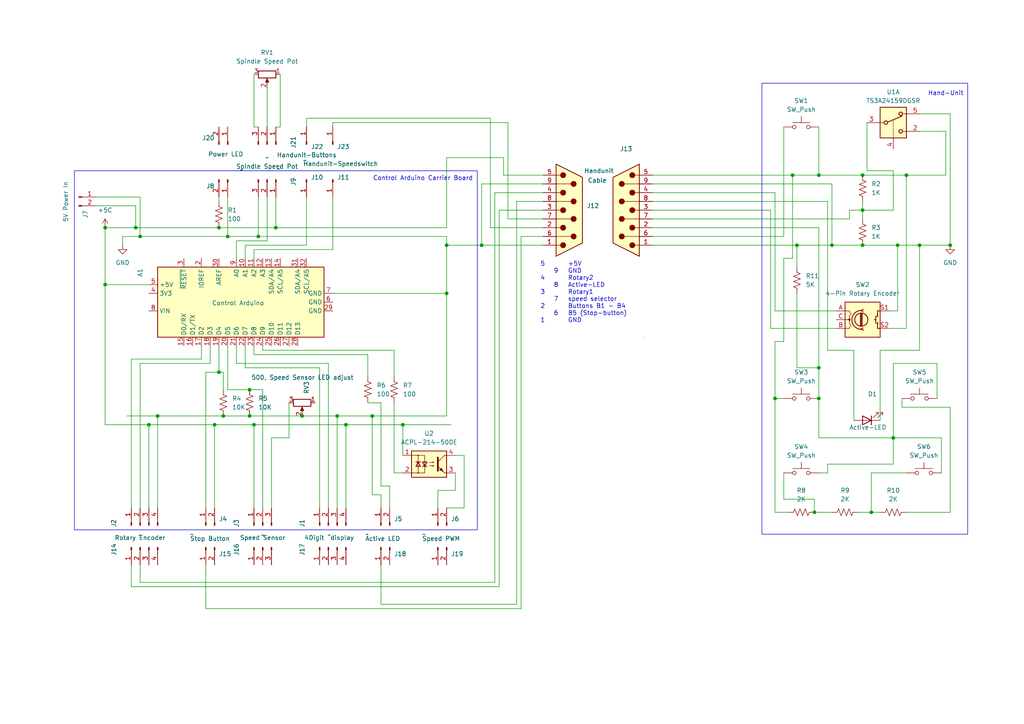
<source format=kicad_sch>
(kicad_sch (version 20231120) (generator "eeschema") (generator_version "8.0")
  (paper "A4")
  (title_block (title "CNC3040 Control Box"))
  (lib_symbols
    (symbol "Analog_Switch:TS3A24159DGSR"
      (property "Reference" "U" (at -3.81 7.62 0))
      (property "Value" "TS3A24159DGSR" (at -3.81 5.715 0))
      (symbol "TS3A24159DGSR_1_1"
        (rectangle (start -3.81 4.445) (end 3.81 -4.445) (stroke (width 0.254)) (fill (type background)))
        (circle (center -2.159 0) (radius 0.508) (stroke (width 0.254)))
        (polyline (pts (xy -5.08 0) (xy -2.794 0)))
        (polyline (pts (xy -1.651 0.127) (xy 2.54 1.905)) (stroke (width 0.254)))
        (polyline (pts (xy 0 -5.08) (xy 0 -4.572)))
        (polyline (pts (xy 0 -4.318) (xy 0 -4.064)))
        (polyline (pts (xy 0 -3.81) (xy 0 -3.556)))
        (polyline (pts (xy 0 -3.302) (xy 0 -3.048)))
        (polyline (pts (xy 0 -2.794) (xy 0 -2.54)))
        (polyline (pts (xy 0 -2.286) (xy 0 -2.032)))
        (polyline (pts (xy 0 -1.778) (xy 0 -1.524)))
        (polyline (pts (xy 0 -1.27) (xy 0 -1.016)))
        (polyline (pts (xy 0 -0.762) (xy 0 -0.508)))
        (polyline (pts (xy 0 -0.254) (xy 0 0)))
        (polyline (pts (xy 0 0.254) (xy 0 0.508)))
        (polyline (pts (xy 5.08 -2.54) (xy 2.794 -2.54)))
        (polyline (pts (xy 5.08 2.54) (xy 2.794 2.54)))
        (circle (center 2.159 -2.54) (radius 0.508) (stroke (width 0.254)))
        (circle (center 2.159 2.54) (radius 0.508) (stroke (width 0.254)))
        (pin passive line (at 7.62 -2.54 180) (length 2.54) (name "~") (number "2"))
        (pin passive line (at -7.62 0 0) (length 2.54) (name "~") (number "3"))
        (pin input line (at 0 -7.62 90) (length 2.54) (name "~") (number "4"))
        (pin passive line (at 7.62 2.54 180) (length 2.54) (name "~") (number "5"))
      )
      (symbol "TS3A24159DGSR_2_1"
        (rectangle (start -3.81 4.445) (end 3.81 -4.445) (stroke (width 0.254)) (fill (type background)))
        (circle (center -2.159 0) (radius 0.508) (stroke (width 0.254)))
        (polyline (pts (xy -5.08 0) (xy -2.794 0)))
        (polyline (pts (xy -1.651 0.127) (xy 2.54 1.905)) (stroke (width 0.254)))
        (polyline (pts (xy 0 -5.08) (xy 0 -4.572)))
        (polyline (pts (xy 0 -4.318) (xy 0 -4.064)))
        (polyline (pts (xy 0 -3.81) (xy 0 -3.556)))
        (polyline (pts (xy 0 -3.302) (xy 0 -3.048)))
        (polyline (pts (xy 0 -2.794) (xy 0 -2.54)))
        (polyline (pts (xy 0 -2.286) (xy 0 -2.032)))
        (polyline (pts (xy 0 -1.778) (xy 0 -1.524)))
        (polyline (pts (xy 0 -1.27) (xy 0 -1.016)))
        (polyline (pts (xy 0 -0.762) (xy 0 -0.508)))
        (polyline (pts (xy 0 -0.254) (xy 0 0)))
        (polyline (pts (xy 0 0.254) (xy 0 0.508)))
        (polyline (pts (xy 5.08 -2.54) (xy 2.794 -2.54)))
        (polyline (pts (xy 5.08 2.54) (xy 2.794 2.54)))
        (circle (center 2.159 -2.54) (radius 0.508) (stroke (width 0.254)))
        (circle (center 2.159 2.54) (radius 0.508) (stroke (width 0.254)))
        (pin passive line (at 7.62 -2.54 180) (length 2.54) (name "~") (number "10"))
        (pin passive line (at 7.62 2.54 180) (length 2.54) (name "~") (number "7"))
        (pin input line (at 0 -7.62 90) (length 2.54) (name "~") (number "8"))
        (pin passive line (at -7.62 0 0) (length 2.54) (name "~") (number "9"))
      )
      (symbol "TS3A24159DGSR_3_1"
        (rectangle (start -3.81 10.16) (end 3.81 -10.16) (stroke (width 0.254)) (fill (type background)))
        (pin power_in line (at 0 12.7 270) (length 2.54) (name "VCC") (number "1"))
        (pin power_in line (at 0 -12.7 90) (length 2.54) (name "GND") (number "6"))
      )
    )
    (symbol "Connector:Conn_01x01_Pin" (pin_names (offset 1.016) hide)
      (property "Reference" "J" (at 0 2.54 0))
      (property "Value" "Conn_01x01_Pin" (at 0 -2.54 0))
      (symbol "Conn_01x01_Pin_1_1"
        (polyline (pts (xy 1.27 0) (xy 0.8636 0)) (stroke (width 0.1524)))
        (rectangle (start 0.8636 0.127) (end 0 -0.127) (stroke (width 0.1524)) (fill (type outline)))
        (pin passive line (at 5.08 0 180) (length 3.81) (name "Pin_1") (number "1"))
      )
    )
    (symbol "Connector:Conn_01x02_Pin" (pin_names (offset 1.016) hide)
      (property "Reference" "J" (at 0 2.54 0))
      (property "Value" "Conn_01x02_Pin" (at 0 -5.08 0))
      (symbol "Conn_01x02_Pin_1_1"
        (polyline (pts (xy 1.27 -2.54) (xy 0.8636 -2.54)) (stroke (width 0.1524)))
        (polyline (pts (xy 1.27 0) (xy 0.8636 0)) (stroke (width 0.1524)))
        (rectangle (start 0.8636 -2.413) (end 0 -2.667) (stroke (width 0.1524)) (fill (type outline)))
        (rectangle (start 0.8636 0.127) (end 0 -0.127) (stroke (width 0.1524)) (fill (type outline)))
        (pin passive line (at 5.08 0 180) (length 3.81) (name "Pin_1") (number "1"))
        (pin passive line (at 5.08 -2.54 180) (length 3.81) (name "Pin_2") (number "2"))
      )
    )
    (symbol "Connector:Conn_01x03_Pin" (pin_names (offset 1.016) hide)
      (property "Reference" "J" (at 0 5.08 0))
      (property "Value" "Conn_01x03_Pin" (at 0 -5.08 0))
      (symbol "Conn_01x03_Pin_1_1"
        (polyline (pts (xy 1.27 -2.54) (xy 0.8636 -2.54)) (stroke (width 0.1524)))
        (polyline (pts (xy 1.27 0) (xy 0.8636 0)) (stroke (width 0.1524)))
        (polyline (pts (xy 1.27 2.54) (xy 0.8636 2.54)) (stroke (width 0.1524)))
        (rectangle (start 0.8636 -2.413) (end 0 -2.667) (stroke (width 0.1524)) (fill (type outline)))
        (rectangle (start 0.8636 0.127) (end 0 -0.127) (stroke (width 0.1524)) (fill (type outline)))
        (rectangle (start 0.8636 2.667) (end 0 2.413) (stroke (width 0.1524)) (fill (type outline)))
        (pin passive line (at 5.08 2.54 180) (length 3.81) (name "Pin_1") (number "1"))
        (pin passive line (at 5.08 0 180) (length 3.81) (name "Pin_2") (number "2"))
        (pin passive line (at 5.08 -2.54 180) (length 3.81) (name "Pin_3") (number "3"))
      )
    )
    (symbol "Connector:Conn_01x04_Pin" (pin_names (offset 1.016) hide)
      (property "Reference" "J" (at 0 5.08 0))
      (property "Value" "Conn_01x04_Pin" (at 0 -7.62 0))
      (symbol "Conn_01x04_Pin_1_1"
        (polyline (pts (xy 1.27 -5.08) (xy 0.8636 -5.08)) (stroke (width 0.1524)))
        (polyline (pts (xy 1.27 -2.54) (xy 0.8636 -2.54)) (stroke (width 0.1524)))
        (polyline (pts (xy 1.27 0) (xy 0.8636 0)) (stroke (width 0.1524)))
        (polyline (pts (xy 1.27 2.54) (xy 0.8636 2.54)) (stroke (width 0.1524)))
        (rectangle (start 0.8636 -4.953) (end 0 -5.207) (stroke (width 0.1524)) (fill (type outline)))
        (rectangle (start 0.8636 -2.413) (end 0 -2.667) (stroke (width 0.1524)) (fill (type outline)))
        (rectangle (start 0.8636 0.127) (end 0 -0.127) (stroke (width 0.1524)) (fill (type outline)))
        (rectangle (start 0.8636 2.667) (end 0 2.413) (stroke (width 0.1524)) (fill (type outline)))
        (pin passive line (at 5.08 2.54 180) (length 3.81) (name "Pin_1") (number "1"))
        (pin passive line (at 5.08 0 180) (length 3.81) (name "Pin_2") (number "2"))
        (pin passive line (at 5.08 -2.54 180) (length 3.81) (name "Pin_3") (number "3"))
        (pin passive line (at 5.08 -5.08 180) (length 3.81) (name "Pin_4") (number "4"))
      )
    )
    (symbol "Connector:DE9_Plug" (pin_names (offset 1.016) hide)
      (property "Reference" "J" (at 0 13.97 0))
      (property "Value" "DE9_Plug" (at 0 -14.605 0))
      (symbol "DE9_Plug_0_1"
        (circle (center -1.778 -10.16) (radius 0.762) (fill (type outline)))
        (circle (center -1.778 -5.08) (radius 0.762) (fill (type outline)))
        (circle (center -1.778 0) (radius 0.762) (fill (type outline)))
        (circle (center -1.778 5.08) (radius 0.762) (fill (type outline)))
        (circle (center -1.778 10.16) (radius 0.762) (fill (type outline)))
        (polyline (pts (xy -3.81 -10.16) (xy -2.54 -10.16)))
        (polyline (pts (xy -3.81 -7.62) (xy 0.508 -7.62)))
        (polyline (pts (xy -3.81 -5.08) (xy -2.54 -5.08)))
        (polyline (pts (xy -3.81 -2.54) (xy 0.508 -2.54)))
        (polyline (pts (xy -3.81 0) (xy -2.54 0)))
        (polyline (pts (xy -3.81 2.54) (xy 0.508 2.54)))
        (polyline (pts (xy -3.81 5.08) (xy -2.54 5.08)))
        (polyline (pts (xy -3.81 7.62) (xy 0.508 7.62)))
        (polyline (pts (xy -3.81 10.16) (xy -2.54 10.16)))
        (polyline (pts (xy -3.81 -13.335) (xy -3.81 13.335) (xy 3.81 9.525) (xy 3.81 -9.525) (xy -3.81 -13.335)) (stroke (width 0.254)) (fill (type background)))
        (circle (center 1.27 -7.62) (radius 0.762) (fill (type outline)))
        (circle (center 1.27 -2.54) (radius 0.762) (fill (type outline)))
        (circle (center 1.27 2.54) (radius 0.762) (fill (type outline)))
        (circle (center 1.27 7.62) (radius 0.762) (fill (type outline)))
      )
      (symbol "DE9_Plug_1_1"
        (pin passive line (at -7.62 -10.16 0) (length 3.81) (name "1") (number "1"))
        (pin passive line (at -7.62 -5.08 0) (length 3.81) (name "2") (number "2"))
        (pin passive line (at -7.62 0 0) (length 3.81) (name "3") (number "3"))
        (pin passive line (at -7.62 5.08 0) (length 3.81) (name "4") (number "4"))
        (pin passive line (at -7.62 10.16 0) (length 3.81) (name "5") (number "5"))
        (pin passive line (at -7.62 -7.62 0) (length 3.81) (name "6") (number "6"))
        (pin passive line (at -7.62 -2.54 0) (length 3.81) (name "7") (number "7"))
        (pin passive line (at -7.62 2.54 0) (length 3.81) (name "8") (number "8"))
        (pin passive line (at -7.62 7.62 0) (length 3.81) (name "9") (number "9"))
      )
    )
    (symbol "Device:LED" (pin_numbers hide) (pin_names (offset 1.016) hide)
      (property "Reference" "D" (at 0 2.54 0))
      (property "Value" "LED" (at 0 -2.54 0))
      (symbol "LED_0_1"
        (polyline (pts (xy -1.27 -1.27) (xy -1.27 1.27)) (stroke (width 0.254)))
        (polyline (pts (xy -1.27 0) (xy 1.27 0)))
        (polyline (pts (xy 1.27 -1.27) (xy 1.27 1.27) (xy -1.27 0) (xy 1.27 -1.27)) (stroke (width 0.254)))
        (polyline (pts (xy -3.048 -0.762) (xy -4.572 -2.286) (xy -3.81 -2.286) (xy -4.572 -2.286) (xy -4.572 -1.524)))
        (polyline (pts (xy -1.778 -0.762) (xy -3.302 -2.286) (xy -2.54 -2.286) (xy -3.302 -2.286) (xy -3.302 -1.524)))
      )
      (symbol "LED_1_1"
        (pin passive line (at -3.81 0 0) (length 2.54) (name "K") (number "1"))
        (pin passive line (at 3.81 0 180) (length 2.54) (name "A") (number "2"))
      )
    )
    (symbol "Device:R_Potentiometer" (pin_names (offset 1.016) hide)
      (property "Reference" "RV" (at -4.445 0 90))
      (property "Value" "R_Potentiometer" (at -2.54 0 90))
      (symbol "R_Potentiometer_0_1"
        (polyline (pts (xy 2.54 0) (xy 1.524 0)))
        (polyline (pts (xy 1.143 0) (xy 2.286 0.508) (xy 2.286 -0.508) (xy 1.143 0)) (fill (type outline)))
        (rectangle (start 1.016 2.54) (end -1.016 -2.54) (stroke (width 0.254)))
      )
      (symbol "R_Potentiometer_1_1"
        (pin passive line (at 0 3.81 270) (length 1.27) (name "1") (number "1"))
        (pin passive line (at 3.81 0 180) (length 1.27) (name "2") (number "2"))
        (pin passive line (at 0 -3.81 90) (length 1.27) (name "3") (number "3"))
      )
    )
    (symbol "Device:R_US" (pin_numbers hide) (pin_names (offset 0))
      (property "Reference" "R" (at 2.54 0 90))
      (property "Value" "R_US" (at -2.54 0 90))
      (symbol "R_US_0_1"
        (polyline (pts (xy 0 -2.286) (xy 0 -2.54)))
        (polyline (pts (xy 0 2.286) (xy 0 2.54)))
        (polyline (pts (xy 0 -0.762) (xy 1.016 -1.143) (xy 0 -1.524) (xy -1.016 -1.905) (xy 0 -2.286)))
        (polyline (pts (xy 0 0.762) (xy 1.016 0.381) (xy 0 0) (xy -1.016 -0.381) (xy 0 -0.762)))
        (polyline (pts (xy 0 2.286) (xy 1.016 1.905) (xy 0 1.524) (xy -1.016 1.143) (xy 0 0.762)))
      )
      (symbol "R_US_1_1"
        (pin passive line (at 0 3.81 270) (length 1.27) (name "~") (number "1"))
        (pin passive line (at 0 -3.81 90) (length 1.27) (name "~") (number "2"))
      )
    )
    (symbol "Device:RotaryEncoder_Switch" (pin_names (offset 0.254) hide)
      (property "Reference" "SW" (at 0 6.604 0))
      (property "Value" "RotaryEncoder_Switch" (at 0 -6.604 0))
      (symbol "RotaryEncoder_Switch_0_1"
        (rectangle (start -5.08 5.08) (end 5.08 -5.08) (stroke (width 0.254)) (fill (type background)))
        (circle (center -3.81 0) (radius 0.254) (fill (type outline)))
        (circle (center -0.381 0) (radius 1.905) (stroke (width 0.254)))
        (arc (start -0.381 2.667) (mid -3.0988 -0.0635) (end -0.381 -2.794) (stroke (width 0.254)))
        (polyline (pts (xy -0.635 -1.778) (xy -0.635 1.778)) (stroke (width 0.254)))
        (polyline (pts (xy -0.381 -1.778) (xy -0.381 1.778)) (stroke (width 0.254)))
        (polyline (pts (xy -0.127 1.778) (xy -0.127 -1.778)) (stroke (width 0.254)))
        (polyline (pts (xy 3.81 0) (xy 3.429 0)) (stroke (width 0.254)))
        (polyline (pts (xy 3.81 1.016) (xy 3.81 -1.016)) (stroke (width 0.254)))
        (polyline (pts (xy -5.08 -2.54) (xy -3.81 -2.54) (xy -3.81 -2.032)))
        (polyline (pts (xy -5.08 2.54) (xy -3.81 2.54) (xy -3.81 2.032)))
        (polyline (pts (xy 0.254 -3.048) (xy -0.508 -2.794) (xy 0.127 -2.413)) (stroke (width 0.254)))
        (polyline (pts (xy 0.254 2.921) (xy -0.508 2.667) (xy 0.127 2.286)) (stroke (width 0.254)))
        (polyline (pts (xy 5.08 -2.54) (xy 4.318 -2.54) (xy 4.318 -1.016)) (stroke (width 0.254)))
        (polyline (pts (xy 5.08 2.54) (xy 4.318 2.54) (xy 4.318 1.016)) (stroke (width 0.254)))
        (polyline (pts (xy -5.08 0) (xy -3.81 0) (xy -3.81 -1.016) (xy -3.302 -2.032)))
        (polyline (pts (xy -4.318 0) (xy -3.81 0) (xy -3.81 1.016) (xy -3.302 2.032)))
        (circle (center 4.318 -1.016) (radius 0.127) (stroke (width 0.254)))
        (circle (center 4.318 1.016) (radius 0.127) (stroke (width 0.254)))
      )
      (symbol "RotaryEncoder_Switch_1_1"
        (pin passive line (at -7.62 2.54 0) (length 2.54) (name "A") (number "A"))
        (pin passive line (at -7.62 -2.54 0) (length 2.54) (name "B") (number "B"))
        (pin passive line (at -7.62 0 0) (length 2.54) (name "C") (number "C"))
        (pin passive line (at 7.62 2.54 180) (length 2.54) (name "S1") (number "S1"))
        (pin passive line (at 7.62 -2.54 180) (length 2.54) (name "S2") (number "S2"))
      )
    )
    (symbol "Isolator:ACPL-214-500E" (pin_names (offset 1.016))
      (property "Reference" "U" (at -5.08 5.08 0))
      (property "Value" "ACPL-214-500E" (at 0 5.08 0))
      (symbol "ACPL-214-500E_0_1"
        (rectangle (start -5.08 3.81) (end 5.08 -3.81) (stroke (width 0.254)) (fill (type background)))
        (circle (center -3.175 -2.54) (radius 0.127))
        (circle (center -3.175 2.54) (radius 0.127))
        (polyline (pts (xy -3.81 0.635) (xy -2.54 0.635)) (stroke (width 0.254)))
        (polyline (pts (xy -3.175 -0.635) (xy -3.175 -2.54)))
        (polyline (pts (xy -3.175 -0.635) (xy -3.175 2.54)))
        (polyline (pts (xy -1.905 -0.635) (xy -0.635 -0.635)) (stroke (width 0.254)))
        (polyline (pts (xy 2.54 0.635) (xy 4.445 2.54)))
        (polyline (pts (xy 4.445 -2.54) (xy 2.54 -0.635)) (fill (type outline)))
        (polyline (pts (xy 4.445 -2.54) (xy 5.08 -2.54)))
        (polyline (pts (xy 4.445 2.54) (xy 5.08 2.54)))
        (polyline (pts (xy -5.08 2.54) (xy -1.27 2.54) (xy -1.27 -0.635)))
        (polyline (pts (xy -1.27 -0.635) (xy -1.27 -2.54) (xy -5.08 -2.54)))
        (polyline (pts (xy 2.54 1.905) (xy 2.54 -1.905) (xy 2.54 -1.905)) (stroke (width 0.508)))
        (polyline (pts (xy -3.175 0.635) (xy -3.81 -0.635) (xy -2.54 -0.635) (xy -3.175 0.635)) (stroke (width 0.254)))
        (polyline (pts (xy -1.27 -0.635) (xy -1.905 0.635) (xy -0.635 0.635) (xy -1.27 -0.635)) (stroke (width 0.254)))
        (polyline (pts (xy 0.127 -0.508) (xy 1.397 -0.508) (xy 1.016 -0.635) (xy 1.016 -0.381) (xy 1.397 -0.508)))
        (polyline (pts (xy 0.127 0.508) (xy 1.397 0.508) (xy 1.016 0.381) (xy 1.016 0.635) (xy 1.397 0.508)))
        (polyline (pts (xy 3.048 -1.651) (xy 3.556 -1.143) (xy 4.064 -2.159) (xy 3.048 -1.651) (xy 3.048 -1.651)) (fill (type outline)))
      )
      (symbol "ACPL-214-500E_1_1"
        (pin passive line (at -7.62 2.54 0) (length 2.54) (name "~") (number "1"))
        (pin passive line (at -7.62 -2.54 0) (length 2.54) (name "~") (number "2"))
        (pin passive line (at 7.62 -2.54 180) (length 2.54) (name "~") (number "3"))
        (pin passive line (at 7.62 2.54 180) (length 2.54) (name "~") (number "4"))
      )
    )
    (symbol "MCU_Module:Arduino_UNO_R3"
      (property "Reference" "A" (at -10.16 23.495 0))
      (property "Value" "Arduino_UNO_R3" (at 5.08 -26.67 0))
      (symbol "Arduino_UNO_R3_0_1"
        (rectangle (start -10.16 22.86) (end 10.16 -25.4) (stroke (width 0.254)) (fill (type background)))
      )
      (symbol "Arduino_UNO_R3_1_1"
        (pin no_connect line (at -10.16 -20.32 0) (length 2.54) hide (name "NC") (number "1"))
        (pin bidirectional line (at 12.7 -2.54 180) (length 2.54) (name "A1") (number "10"))
        (pin bidirectional line (at 12.7 -5.08 180) (length 2.54) (name "A2") (number "11"))
        (pin bidirectional line (at 12.7 -7.62 180) (length 2.54) (name "A3") (number "12"))
        (pin bidirectional line (at 12.7 -10.16 180) (length 2.54) (name "SDA/A4") (number "13"))
        (pin bidirectional line (at 12.7 -12.7 180) (length 2.54) (name "SCL/A5") (number "14"))
        (pin bidirectional line (at -12.7 15.24 0) (length 2.54) (name "D0/RX") (number "15"))
        (pin bidirectional line (at -12.7 12.7 0) (length 2.54) (name "D1/TX") (number "16"))
        (pin bidirectional line (at -12.7 10.16 0) (length 2.54) (name "D2") (number "17"))
        (pin bidirectional line (at -12.7 7.62 0) (length 2.54) (name "D3") (number "18"))
        (pin bidirectional line (at -12.7 5.08 0) (length 2.54) (name "D4") (number "19"))
        (pin output line (at 12.7 10.16 180) (length 2.54) (name "IOREF") (number "2"))
        (pin bidirectional line (at -12.7 2.54 0) (length 2.54) (name "D5") (number "20"))
        (pin bidirectional line (at -12.7 0 0) (length 2.54) (name "D6") (number "21"))
        (pin bidirectional line (at -12.7 -2.54 0) (length 2.54) (name "D7") (number "22"))
        (pin bidirectional line (at -12.7 -5.08 0) (length 2.54) (name "D8") (number "23"))
        (pin bidirectional line (at -12.7 -7.62 0) (length 2.54) (name "D9") (number "24"))
        (pin bidirectional line (at -12.7 -10.16 0) (length 2.54) (name "D10") (number "25"))
        (pin bidirectional line (at -12.7 -12.7 0) (length 2.54) (name "D11") (number "26"))
        (pin bidirectional line (at -12.7 -15.24 0) (length 2.54) (name "D12") (number "27"))
        (pin bidirectional line (at -12.7 -17.78 0) (length 2.54) (name "D13") (number "28"))
        (pin power_in line (at -2.54 -27.94 90) (length 2.54) (name "GND") (number "29"))
        (pin input line (at 12.7 15.24 180) (length 2.54) (name "~{RESET}") (number "3"))
        (pin input line (at 12.7 5.08 180) (length 2.54) (name "AREF") (number "30"))
        (pin bidirectional line (at 12.7 -17.78 180) (length 2.54) (name "SDA/A4") (number "31"))
        (pin bidirectional line (at 12.7 -20.32 180) (length 2.54) (name "SCL/A5") (number "32"))
        (pin power_out line (at 2.54 25.4 270) (length 2.54) (name "3V3") (number "4"))
        (pin power_out line (at 5.08 25.4 270) (length 2.54) (name "+5V") (number "5"))
        (pin power_in line (at 0 -27.94 90) (length 2.54) (name "GND") (number "6"))
        (pin power_in line (at 2.54 -27.94 90) (length 2.54) (name "GND") (number "7"))
        (pin power_in line (at -2.54 25.4 270) (length 2.54) (name "VIN") (number "8"))
        (pin bidirectional line (at 12.7 0 180) (length 2.54) (name "A0") (number "9"))
      )
    )
    (symbol "Switch:SW_Push" (pin_numbers hide) (pin_names (offset 1.016) hide)
      (property "Reference" "SW" (at 1.27 2.54 0))
      (property "Value" "SW_Push" (at 0 -1.524 0))
      (symbol "SW_Push_0_1"
        (circle (center -2.032 0) (radius 0.508))
        (polyline (pts (xy 0 1.27) (xy 0 3.048)))
        (polyline (pts (xy 2.54 1.27) (xy -2.54 1.27)))
        (circle (center 2.032 0) (radius 0.508))
        (pin passive line (at -5.08 0 0) (length 2.54) (name "1") (number "1"))
        (pin passive line (at 5.08 0 180) (length 2.54) (name "2") (number "2"))
      )
    )
    (symbol "power:+5C" (power) (pin_numbers hide) (pin_names (offset 0) hide)
      (property "Value" "+5C" (at 0 3.556 0))
      (symbol "+5C_0_1"
        (polyline (pts (xy -0.762 1.27) (xy 0 2.54)))
        (polyline (pts (xy 0 0) (xy 0 2.54)))
        (polyline (pts (xy 0 2.54) (xy 0.762 1.27)))
      )
      (symbol "+5C_1_1"
        (pin power_in line (at 0 0 90) (length 0) (name "~") (number "1"))
      )
    )
    (symbol "power:GND" (power) (pin_numbers hide) (pin_names (offset 0) hide)
      (property "Value" "GND" (at 0 -3.81 0))
      (symbol "GND_0_1"
        (polyline (pts (xy 0 0) (xy 0 -1.27) (xy 1.27 -1.27) (xy 0 -2.54) (xy -1.27 -1.27) (xy 0 -1.27)))
      )
      (symbol "GND_1_1"
        (pin power_in line (at 0 0 270) (length 0) (name "~") (number "1"))
      )
    )
  )
  (junction (at 80.01 66.04))
  (junction (at 73.66 123.19))
  (junction (at 237.49 115.57))
  (junction (at 241.3 71.12))
  (junction (at 252.73 148.59))
  (junction (at 107.95 120.65))
  (junction (at 262.89 50.8))
  (junction (at 62.23 123.19))
  (junction (at 259.08 127))
  (junction (at 129.54 85.09))
  (junction (at 229.87 50.8))
  (junction (at 39.37 66.04))
  (junction (at 129.54 71.12))
  (junction (at 30.48 82.55))
  (junction (at 231.14 71.12))
  (junction (at 250.19 60.96))
  (junction (at 87.63 120.65))
  (junction (at 97.79 120.65))
  (junction (at 43.18 123.19))
  (junction (at 100.33 123.19))
  (junction (at 260.35 71.12))
  (junction (at 250.19 71.12))
  (junction (at 224.79 115.57))
  (junction (at 250.19 50.8))
  (junction (at 116.84 123.19))
  (junction (at 74.93 68.58))
  (junction (at 45.72 120.65))
  (junction (at 64.77 120.65))
  (junction (at 266.7 71.12))
  (junction (at 72.39 120.65))
  (junction (at 236.22 148.59))
  (junction (at 237.49 106.68))
  (junction (at 72.39 113.03))
  (junction (at 63.5 107.95))
  (junction (at 237.49 50.8))
  (junction (at 66.04 68.58))
  (junction (at 63.5 66.04))
  (junction (at 40.64 68.58))
  (junction (at 30.48 66.04))
  (junction (at 139.7 71.12))
  (junction (at 275.59 71.12))
  (wire (pts (xy 68.58 69.85) (xy 68.58 74.93)))
  (wire (pts (xy 227.33 115.57) (xy 224.79 115.57)))
  (wire (pts (xy 113.03 140.97) (xy 113.03 147.32)))
  (wire (pts (xy 78.74 127) (xy 83.82 127)))
  (wire (pts (xy 59.69 107.95) (xy 59.69 147.32)))
  (wire (pts (xy 110.49 163.83) (xy 110.49 175.26)))
  (wire (pts (xy 62.23 123.19) (xy 62.23 147.32)))
  (wire (pts (xy 107.95 120.65) (xy 129.54 120.65)))
  (wire (pts (xy 248.92 148.59) (xy 252.73 148.59)))
  (wire (pts (xy 271.78 105.41) (xy 259.08 105.41)))
  (wire (pts (xy 63.5 57.15) (xy 63.5 58.42)))
  (wire (pts (xy 237.49 36.83) (xy 237.49 50.8)))
  (wire (pts (xy 127 142.24) (xy 132.08 142.24)))
  (wire (pts (xy 262.89 50.8) (xy 262.89 95.25)))
  (wire (pts (xy 146.05 45.72) (xy 129.54 45.72)))
  (wire (pts (xy 40.64 147.32) (xy 40.64 105.41)))
  (wire (pts (xy 127 147.32) (xy 127 142.24)))
  (wire (pts (xy 40.64 105.41) (xy 60.96 105.41)))
  (wire (pts (xy 35.56 68.58) (xy 40.64 68.58)))
  (wire (pts (xy 95.25 105.41) (xy 68.58 105.41)))
  (wire (pts (xy 262.89 137.16) (xy 252.73 137.16)))
  (wire (pts (xy 246.38 60.96) (xy 250.19 60.96)))
  (wire (pts (xy 129.54 45.72) (xy 129.54 66.04)))
  (wire (pts (xy 77.47 25.4) (xy 77.47 36.83)))
  (wire (pts (xy 76.2 101.6) (xy 76.2 100.33)))
  (wire (pts (xy 30.48 123.19) (xy 43.18 123.19)))
  (wire (pts (xy 68.58 105.41) (xy 68.58 100.33)))
  (wire (pts (xy 227.33 74.93) (xy 229.87 74.93)))
  (wire (pts (xy 255.27 101.6) (xy 266.7 101.6)))
  (wire (pts (xy 87.63 120.65) (xy 97.79 120.65)))
  (wire (pts (xy 143.51 55.88) (xy 157.48 55.88)))
  (wire (pts (xy 97.79 120.65) (xy 107.95 120.65)))
  (wire (pts (xy 64.77 107.95) (xy 64.77 113.03)))
  (wire (pts (xy 73.66 123.19) (xy 100.33 123.19)))
  (wire (pts (xy 142.24 34.29) (xy 142.24 66.04)))
  (wire (pts (xy 250.19 58.42) (xy 250.19 60.96)))
  (wire (pts (xy 139.7 71.12) (xy 157.48 71.12)))
  (wire (pts (xy 39.37 59.69) (xy 39.37 66.04)))
  (wire (pts (xy 110.49 147.32) (xy 110.49 143.51)))
  (wire (pts (xy 257.81 90.17) (xy 260.35 90.17)))
  (wire (pts (xy 129.54 85.09) (xy 96.52 85.09)))
  (wire (pts (xy 237.49 127) (xy 259.08 127)))
  (wire (pts (xy 60.96 105.41) (xy 60.96 100.33)))
  (wire (pts (xy 77.47 57.15) (xy 77.47 69.85)))
  (wire (pts (xy 252.73 148.59) (xy 255.27 148.59)))
  (wire (pts (xy 96.52 72.39) (xy 73.66 72.39)))
  (wire (pts (xy 144.78 60.96) (xy 144.78 170.18)))
  (wire (pts (xy 275.59 71.12) (xy 275.59 33.02)))
  (wire (pts (xy 110.49 140.97) (xy 113.03 140.97)))
  (wire (pts (xy 189.23 71.12) (xy 231.14 71.12)))
  (wire (pts (xy 147.32 63.5) (xy 157.48 63.5)))
  (wire (pts (xy 59.69 163.83) (xy 59.69 176.53)))
  (wire (pts (xy 259.08 60.96) (xy 250.19 60.96)))
  (wire (pts (xy 110.49 116.84) (xy 110.49 140.97)))
  (wire (pts (xy 250.19 71.12) (xy 260.35 71.12)))
  (wire (pts (xy 96.52 35.56) (xy 147.32 35.56)))
  (wire (pts (xy 266.7 71.12) (xy 275.59 71.12)))
  (wire (pts (xy 66.04 113.03) (xy 72.39 113.03)))
  (wire (pts (xy 237.49 50.8) (xy 250.19 50.8)))
  (wire (pts (xy 71.12 106.68) (xy 71.12 100.33)))
  (wire (pts (xy 189.23 63.5) (xy 246.38 63.5)))
  (wire (pts (xy 36.83 120.65) (xy 45.72 120.65)))
  (wire (pts (xy 142.24 66.04) (xy 157.48 66.04)))
  (wire (pts (xy 71.12 71.12) (xy 88.9 71.12)))
  (wire (pts (xy 189.23 50.8) (xy 229.87 50.8)))
  (wire (pts (xy 30.48 82.55) (xy 30.48 123.19)))
  (wire (pts (xy 45.72 147.32) (xy 45.72 120.65)))
  (wire (pts (xy 224.79 55.88) (xy 224.79 90.17)))
  (wire (pts (xy 106.68 116.84) (xy 110.49 116.84)))
  (wire (pts (xy 147.32 35.56) (xy 147.32 63.5)))
  (wire (pts (xy 110.49 175.26) (xy 149.86 175.26)))
  (wire (pts (xy 106.68 102.87) (xy 73.66 102.87)))
  (wire (pts (xy 78.74 147.32) (xy 78.74 127)))
  (wire (pts (xy 80.01 66.04) (xy 129.54 66.04)))
  (wire (pts (xy 274.32 50.8) (xy 274.32 38.1)))
  (wire (pts (xy 96.52 57.15) (xy 96.52 72.39)))
  (wire (pts (xy 251.46 49.53) (xy 259.08 49.53)))
  (wire (pts (xy 92.71 106.68) (xy 71.12 106.68)))
  (wire (pts (xy 35.56 71.12) (xy 35.56 68.58)))
  (wire (pts (xy 236.22 148.59) (xy 241.3 148.59)))
  (wire (pts (xy 134.62 147.32) (xy 134.62 132.08)))
  (wire (pts (xy 261.62 118.11) (xy 261.62 115.57)))
  (wire (pts (xy 275.59 118.11) (xy 261.62 118.11)))
  (wire (pts (xy 116.84 137.16) (xy 114.3 137.16)))
  (wire (pts (xy 250.19 50.8) (xy 262.89 50.8)))
  (wire (pts (xy 259.08 127) (xy 273.05 127)))
  (wire (pts (xy 129.54 68.58) (xy 129.54 71.12)))
  (wire (pts (xy 259.08 134.62) (xy 240.03 134.62)))
  (wire (pts (xy 246.38 63.5) (xy 246.38 60.96)))
  (wire (pts (xy 40.64 168.91) (xy 143.51 168.91)))
  (wire (pts (xy 260.35 71.12) (xy 260.35 90.17)))
  (wire (pts (xy 157.48 53.34) (xy 139.7 53.34)))
  (wire (pts (xy 38.1 104.14) (xy 58.42 104.14)))
  (wire (pts (xy 241.3 71.12) (xy 250.19 71.12)))
  (wire (pts (xy 157.48 50.8) (xy 146.05 50.8)))
  (wire (pts (xy 74.93 68.58) (xy 129.54 68.58)))
  (wire (pts (xy 73.66 102.87) (xy 73.66 100.33)))
  (wire (pts (xy 66.04 57.15) (xy 66.04 68.58)))
  (wire (pts (xy 43.18 123.19) (xy 62.23 123.19)))
  (wire (pts (xy 96.52 36.83) (xy 96.52 35.56)))
  (wire (pts (xy 114.3 137.16) (xy 114.3 116.84)))
  (wire (pts (xy 231.14 85.09) (xy 231.14 106.68)))
  (wire (pts (xy 27.94 59.69) (xy 39.37 59.69)))
  (wire (pts (xy 63.5 66.04) (xy 80.01 66.04)))
  (wire (pts (xy 229.87 50.8) (xy 237.49 50.8)))
  (wire (pts (xy 107.95 143.51) (xy 107.95 120.65)))
  (wire (pts (xy 73.66 21.59) (xy 73.66 36.83)))
  (wire (pts (xy 252.73 137.16) (xy 252.73 148.59)))
  (wire (pts (xy 45.72 120.65) (xy 64.77 120.65)))
  (wire (pts (xy 189.23 60.96) (xy 223.52 60.96)))
  (wire (pts (xy 236.22 144.78) (xy 236.22 148.59)))
  (wire (pts (xy 266.7 38.1) (xy 274.32 38.1)))
  (wire (pts (xy 72.39 113.03) (xy 76.2 113.03)))
  (wire (pts (xy 40.64 163.83) (xy 40.64 168.91)))
  (wire (pts (xy 251.46 35.56) (xy 251.46 49.53)))
  (wire (pts (xy 80.01 36.83) (xy 81.28 36.83)))
  (wire (pts (xy 73.66 72.39) (xy 73.66 74.93)))
  (wire (pts (xy 231.14 71.12) (xy 241.3 71.12)))
  (wire (pts (xy 39.37 66.04) (xy 63.5 66.04)))
  (wire (pts (xy 30.48 66.04) (xy 39.37 66.04)))
  (wire (pts (xy 240.03 58.42) (xy 240.03 101.6)))
  (wire (pts (xy 100.33 123.19) (xy 100.33 147.32)))
  (wire (pts (xy 129.54 71.12) (xy 129.54 85.09)))
  (wire (pts (xy 129.54 71.12) (xy 139.7 71.12)))
  (wire (pts (xy 59.69 107.95) (xy 63.5 107.95)))
  (wire (pts (xy 43.18 123.19) (xy 43.18 147.32)))
  (wire (pts (xy 224.79 99.06) (xy 227.33 99.06)))
  (wire (pts (xy 129.54 147.32) (xy 134.62 147.32)))
  (wire (pts (xy 237.49 137.16) (xy 240.03 137.16)))
  (wire (pts (xy 224.79 115.57) (xy 224.79 99.06)))
  (wire (pts (xy 63.5 100.33) (xy 63.5 107.95)))
  (wire (pts (xy 229.87 74.93) (xy 229.87 50.8)))
  (wire (pts (xy 143.51 55.88) (xy 143.51 168.91)))
  (wire (pts (xy 88.9 34.29) (xy 142.24 34.29)))
  (wire (pts (xy 224.79 148.59) (xy 228.6 148.59)))
  (wire (pts (xy 73.66 123.19) (xy 73.66 147.32)))
  (wire (pts (xy 151.13 68.58) (xy 157.48 68.58)))
  (wire (pts (xy 71.12 71.12) (xy 71.12 74.93)))
  (wire (pts (xy 83.82 127) (xy 83.82 116.84)))
  (wire (pts (xy 106.68 109.22) (xy 106.68 102.87)))
  (wire (pts (xy 129.54 85.09) (xy 129.54 120.65)))
  (wire (pts (xy 146.05 50.8) (xy 146.05 45.72)))
  (wire (pts (xy 110.49 143.51) (xy 107.95 143.51)))
  (wire (pts (xy 237.49 115.57) (xy 237.49 127)))
  (wire (pts (xy 259.08 127) (xy 259.08 134.62)))
  (wire (pts (xy 271.78 115.57) (xy 271.78 105.41)))
  (wire (pts (xy 97.79 120.65) (xy 97.79 147.32)))
  (wire (pts (xy 231.14 106.68) (xy 237.49 106.68)))
  (wire (pts (xy 88.9 36.83) (xy 88.9 34.29)))
  (wire (pts (xy 223.52 95.25) (xy 242.57 95.25)))
  (wire (pts (xy 189.23 68.58) (xy 227.33 68.58)))
  (wire (pts (xy 149.86 175.26) (xy 149.86 58.42)))
  (wire (pts (xy 30.48 82.55) (xy 43.18 82.55)))
  (wire (pts (xy 116.84 123.19) (xy 116.84 132.08)))
  (wire (pts (xy 114.3 109.22) (xy 114.3 101.6)))
  (wire (pts (xy 259.08 105.41) (xy 259.08 127)))
  (wire (pts (xy 275.59 33.02) (xy 266.7 33.02)))
  (wire (pts (xy 273.05 137.16) (xy 273.05 127)))
  (wire (pts (xy 66.04 68.58) (xy 74.93 68.58)))
  (wire (pts (xy 189.23 58.42) (xy 240.03 58.42)))
  (wire (pts (xy 224.79 90.17) (xy 242.57 90.17)))
  (wire (pts (xy 240.03 134.62) (xy 240.03 137.16)))
  (wire (pts (xy 223.52 60.96) (xy 223.52 95.25)))
  (wire (pts (xy 62.23 123.19) (xy 73.66 123.19)))
  (wire (pts (xy 66.04 100.33) (xy 66.04 113.03)))
  (wire (pts (xy 224.79 115.57) (xy 224.79 148.59)))
  (wire (pts (xy 189.23 53.34) (xy 241.3 53.34)))
  (wire (pts (xy 40.64 68.58) (xy 66.04 68.58)))
  (wire (pts (xy 257.81 95.25) (xy 262.89 95.25)))
  (wire (pts (xy 132.08 132.08) (xy 134.62 132.08)))
  (wire (pts (xy 64.77 120.65) (xy 72.39 120.65)))
  (wire (pts (xy 116.84 123.19) (xy 130.81 123.19)))
  (wire (pts (xy 59.69 176.53) (xy 151.13 176.53)))
  (wire (pts (xy 259.08 49.53) (xy 259.08 60.96)))
  (wire (pts (xy 262.89 50.8) (xy 274.32 50.8)))
  (wire (pts (xy 114.3 101.6) (xy 76.2 101.6)))
  (wire (pts (xy 241.3 53.34) (xy 241.3 71.12)))
  (wire (pts (xy 255.27 121.92) (xy 255.27 101.6)))
  (wire (pts (xy 40.64 68.58) (xy 40.64 57.15)))
  (wire (pts (xy 74.93 57.15) (xy 74.93 68.58)))
  (wire (pts (xy 80.01 57.15) (xy 80.01 66.04)))
  (wire (pts (xy 95.25 147.32) (xy 95.25 105.41)))
  (wire (pts (xy 77.47 69.85) (xy 68.58 69.85)))
  (wire (pts (xy 262.89 148.59) (xy 275.59 148.59)))
  (wire (pts (xy 189.23 55.88) (xy 224.79 55.88)))
  (wire (pts (xy 139.7 53.34) (xy 139.7 71.12)))
  (wire (pts (xy 76.2 147.32) (xy 76.2 113.03)))
  (wire (pts (xy 227.33 144.78) (xy 236.22 144.78)))
  (wire (pts (xy 227.33 68.58) (xy 227.33 36.83)))
  (wire (pts (xy 88.9 57.15) (xy 88.9 71.12)))
  (wire (pts (xy 38.1 163.83) (xy 38.1 170.18)))
  (wire (pts (xy 73.66 36.83) (xy 74.93 36.83)))
  (wire (pts (xy 151.13 68.58) (xy 151.13 176.53)))
  (wire (pts (xy 237.49 66.04) (xy 237.49 106.68)))
  (wire (pts (xy 227.33 137.16) (xy 227.33 144.78)))
  (wire (pts (xy 266.7 101.6) (xy 266.7 71.12)))
  (wire (pts (xy 72.39 120.65) (xy 87.63 120.65)))
  (wire (pts (xy 38.1 170.18) (xy 144.78 170.18)))
  (wire (pts (xy 231.14 71.12) (xy 231.14 77.47)))
  (wire (pts (xy 132.08 142.24) (xy 132.08 137.16)))
  (wire (pts (xy 240.03 101.6) (xy 247.65 101.6)))
  (wire (pts (xy 58.42 100.33) (xy 58.42 104.14)))
  (wire (pts (xy 275.59 148.59) (xy 275.59 118.11)))
  (wire (pts (xy 144.78 60.96) (xy 157.48 60.96)))
  (wire (pts (xy 100.33 123.19) (xy 116.84 123.19)))
  (wire (pts (xy 250.19 60.96) (xy 250.19 63.5)))
  (wire (pts (xy 260.35 71.12) (xy 266.7 71.12)))
  (wire (pts (xy 189.23 66.04) (xy 237.49 66.04)))
  (wire (pts (xy 227.33 99.06) (xy 227.33 74.93)))
  (wire (pts (xy 149.86 58.42) (xy 157.48 58.42)))
  (wire (pts (xy 30.48 66.04) (xy 30.48 82.55)))
  (wire (pts (xy 237.49 106.68) (xy 237.49 115.57)))
  (wire (pts (xy 247.65 101.6) (xy 247.65 121.92)))
  (wire (pts (xy 92.71 147.32) (xy 92.71 106.68)))
  (wire (pts (xy 81.28 21.59) (xy 81.28 36.83)))
  (wire (pts (xy 27.94 57.15) (xy 40.64 57.15)))
  (wire (pts (xy 38.1 147.32) (xy 38.1 104.14)))
  (wire (pts (xy 64.77 107.95) (xy 63.5 107.95)))
  (rectangle (start 186.69 97.79) (end 186.69 97.79))
  (rectangle (start 21.59 49.53) (end 138.43 153.67))
  (rectangle (start 220.98 24.13) (end 280.67 154.94))
  (text "Control Arduino Carrier Board\n" (at 122.682 51.816 0) (effects (font (size 1.27 1.27))))
  (text "5       +5V\n    9   GND\n4       Rotary2\n    8   Active-LED\n3       Rotary1\n    7   speed selector\n2       Buttons B1 - B4\n    6   B5 (Stop-button)\n1       GND" (at 156.718 84.836 0) (effects (font (size 1.27 1.27)) (justify left)))
  (text "Hand-Unit" (at 274.32 27.178 0) (effects (font (size 1.27 1.27))))
  (symbol (lib_id "Device:R_US") (at 63.5 62.23 0) (unit 1)
    (property "Reference" "R1" (at 66.04 60.9599 0) (effects (justify left)))
    (property "Value" "100" (at 66.04 63.4999 0) (effects (justify left)))
    (property "Description" "Resistor, US symbol" (effects (hide yes)))
  )
  (symbol (lib_id "Connector:Conn_01x04_Pin") (at 40.64 152.4 90) (unit 1)
    (property "Reference" "J2" (at 33.02 151.765 0))
    (property "Value" "Rotary Encoder" (at 40.64 155.956 90))
    (property "Description" "Generic connector, single row, 01x04, script generated" (effects (hide yes)))
  )
  (symbol (lib_id "Connector:Conn_01x04_Pin") (at 95.25 152.4 90) (unit 1)
    (property "Reference" "J1" (at 87.63 151.765 0))
    (property "Value" "4Digit  display" (at 95.504 155.956 90))
    (property "Description" "Generic connector, single row, 01x04, script generated" (effects (hide yes)))
  )
  (symbol (lib_id "Analog_Switch:TS3A24159DGSR") (at 259.08 35.56 0) (unit 1)
    (property "Reference" "U1" (at 259.08 26.67 0))
    (property "Value" "TS3A24159DGSR" (at 259.08 29.21 0))
    (property "Footprint" "Package_SO:TSSOP-10_3x3mm_P0.5mm" (effects (hide yes)))
    (property "Datasheet" "http://www.ti.com/lit/ds/symlink/ts3a24159.pdf" (effects (hide yes)))
    (property "Description" "Dual SPDT 0.3Ω Bidirectional Analog Switch, TSSOP-10" (effects (hide yes)))
  )
  (symbol (lib_id "Connector:Conn_01x02_Pin") (at 110.49 158.75 90) (mirror x) (unit 1)
    (property "Reference" "J18" (at 114.3 160.6551 90) (effects (justify right)))
    (property "Value" "~" (at 105.918 154.94 90) (effects (justify right)))
    (property "Description" "Generic connector, single row, 01x02, script generated" (effects (hide yes)))
  )
  (symbol (lib_id "Connector:Conn_01x04_Pin") (at 95.25 158.75 90) (mirror x) (unit 1)
    (property "Reference" "J17" (at 87.63 159.385 0))
    (property "Value" "~" (at 95.504 155.194 90))
    (property "Description" "Generic connector, single row, 01x04, script generated" (effects (hide yes)))
  )
  (symbol (lib_id "Connector:DE9_Plug") (at 165.1 60.96 0) (unit 1)
    (property "Reference" "J12" (at 170.18 59.6899 0) (effects (justify left)))
    (property "Value" "Handunit" (at 169.418 49.53 0) (effects (justify left)))
    (property "Datasheet" " ~" (effects (hide yes)))
    (property "Description" "9-pin male plug pin D-SUB connector" (effects (hide yes)))
  )
  (symbol (lib_id "Connector:Conn_01x02_Pin") (at 66.04 41.91 270) (mirror x) (unit 1)
    (property "Reference" "J20" (at 62.23 40.0049 90) (effects (justify right)))
    (property "Value" "~" (at 70.612 49.276 90) (effects (justify right)))
    (property "Description" "Generic connector, single row, 01x02, script generated" (effects (hide yes)))
  )
  (symbol (lib_id "Connector:Conn_01x03_Pin") (at 77.47 52.07 270) (unit 1)
    (property "Reference" "J9" (at 85.09 52.705 0))
    (property "Value" "Spindle Speed Pot" (at 77.47 48.26 90))
    (property "Description" "Generic connector, single row, 01x03, script generated" (effects (hide yes)))
  )
  (symbol (lib_id "Device:R_US") (at 250.19 54.61 0) (unit 1)
    (property "Reference" "R2" (at 252.73 53.3399 0) (effects (justify left)))
    (property "Value" "1K" (at 252.73 55.8799 0) (effects (justify left)))
    (property "Description" "Resistor, US symbol" (effects (hide yes)))
  )
  (symbol (lib_id "power:GND") (at 275.59 71.12 0) (unit 1)
    (property "Reference" "#PWR03" (effects (hide yes)))
    (property "Value" "GND" (at 275.59 76.2 0))
    (property "Description" "Power symbol creates a global label with name \"GND\" , ground" (effects (hide yes)))
  )
  (symbol (lib_id "power:GND") (at 35.56 71.12 0) (unit 1)
    (property "Reference" "#PWR02" (effects (hide yes)))
    (property "Value" "GND" (at 35.56 76.2 0))
    (property "Description" "Power symbol creates a global label with name \"GND\" , ground" (effects (hide yes)))
  )
  (symbol (lib_id "Connector:Conn_01x02_Pin") (at 127 152.4 90) (unit 1)
    (property "Reference" "J6" (at 130.81 150.4949 90) (effects (justify right)))
    (property "Value" "Speed PWM" (at 122.428 156.21 90) (effects (justify right)))
    (property "Description" "Generic connector, single row, 01x02, script generated" (effects (hide yes)))
  )
  (symbol (lib_id "Switch:SW_Push") (at 232.41 137.16 0) (unit 1)
    (property "Reference" "SW4" (at 232.41 129.54 0))
    (property "Value" "SW_Push" (at 232.41 132.08 0))
    (property "Description" "Push button switch, generic, two pins" (effects (hide yes)))
  )
  (symbol (lib_id "Connector:Conn_01x03_Pin") (at 76.2 158.75 90) (mirror x) (unit 1)
    (property "Reference" "J16" (at 68.58 159.385 0))
    (property "Value" "~" (at 76.2 155.194 90))
    (property "Description" "Generic connector, single row, 01x03, script generated" (effects (hide yes)))
  )
  (symbol (lib_id "Device:R_US") (at 114.3 113.03 0) (unit 1)
    (property "Reference" "R7" (at 116.84 111.7599 0) (effects (justify left)))
    (property "Value" "100" (at 116.84 114.2999 0) (effects (justify left)))
    (property "Description" "Resistor, US symbol" (effects (hide yes)))
  )
  (symbol (lib_id "Connector:Conn_01x02_Pin") (at 59.69 158.75 90) (mirror x) (unit 1)
    (property "Reference" "J15" (at 63.5 160.6551 90) (effects (justify right)))
    (property "Value" "~" (at 55.118 154.94 90) (effects (justify right)))
    (property "Description" "Generic connector, single row, 01x02, script generated" (effects (hide yes)))
  )
  (symbol (lib_id "Device:R_Potentiometer") (at 87.63 116.84 270) (unit 1)
    (property "Reference" "RV3" (at 88.9001 114.3 0) (effects (justify right)))
    (property "Value" "500, Speed Sensor LED adjust" (at 72.898 109.474 90) (effects (justify left)))
    (property "Description" "Potentiometer" (effects (hide yes)))
  )
  (symbol (lib_id "Connector:Conn_01x01_Pin") (at 88.9 41.91 270) (mirror x) (unit 1)
    (property "Reference" "J22" (at 90.17 42.5451 90) (effects (justify left)))
    (property "Value" "~" (at 80.264 49.022 90) (effects (justify left)))
    (property "Description" "Generic connector, single row, 01x01, script generated" (effects (hide yes)))
  )
  (symbol (lib_id "Device:R_US") (at 231.14 81.28 180) (unit 1)
    (property "Reference" "R11" (at 233.68 80.0099 0) (effects (justify right)))
    (property "Value" "5K" (at 233.68 82.5499 0) (effects (justify right)))
    (property "Description" "Resistor, US symbol" (effects (hide yes)))
  )
  (symbol (lib_id "Device:LED") (at 251.46 121.92 180) (unit 1)
    (property "Reference" "D1" (at 253.0475 114.3 0))
    (property "Value" "Active-LED" (at 251.714 123.952 0))
    (property "Description" "Light emitting diode" (effects (hide yes)))
  )
  (symbol (lib_id "Device:R_US") (at 250.19 67.31 0) (unit 1)
    (property "Reference" "R3" (at 252.73 66.0399 0) (effects (justify left)))
    (property "Value" "1K" (at 252.73 68.5799 0) (effects (justify left)))
    (property "Description" "Resistor, US symbol" (effects (hide yes)))
  )
  (symbol (lib_id "Connector:Conn_01x02_Pin") (at 110.49 152.4 90) (unit 1)
    (property "Reference" "J5" (at 114.3 150.4949 90) (effects (justify right)))
    (property "Value" "Active LED" (at 105.918 156.21 90) (effects (justify right)))
    (property "Description" "Generic connector, single row, 01x02, script generated" (effects (hide yes)))
  )
  (symbol (lib_id "Device:RotaryEncoder_Switch") (at 250.19 92.71 0) (unit 1)
    (property "Reference" "SW2" (at 250.19 82.55 0))
    (property "Value" "4-Pin Rotary Encoder" (at 250.19 85.09 0))
    (property "Description" "Rotary encoder, dual channel, incremental quadrate outputs, with switch" (effects (hide yes)))
  )
  (symbol (lib_id "Device:R_Potentiometer") (at 77.47 21.59 270) (unit 1)
    (property "Reference" "RV1" (at 77.47 15.24 90))
    (property "Value" "Spindle Speed Pot" (at 77.47 17.78 90))
    (property "Description" "Potentiometer" (effects (hide yes)))
  )
  (symbol (lib_id "Connector:Conn_01x01_Pin") (at 96.52 41.91 270) (mirror x) (unit 1)
    (property "Reference" "J23" (at 97.79 42.5451 90) (effects (justify left)))
    (property "Value" "~" (at 87.884 46.482 90) (effects (justify left)))
    (property "Description" "Generic connector, single row, 01x01, script generated" (effects (hide yes)))
  )
  (symbol (lib_id "Connector:Conn_01x04_Pin") (at 40.64 158.75 90) (mirror x) (unit 1)
    (property "Reference" "J14" (at 33.02 159.385 0))
    (property "Value" "~" (at 40.64 155.194 90))
    (property "Description" "Generic connector, single row, 01x04, script generated" (effects (hide yes)))
  )
  (symbol (lib_id "Device:R_US") (at 232.41 148.59 90) (unit 1)
    (property "Reference" "R8" (at 232.41 142.24 90))
    (property "Value" "2K" (at 232.41 144.78 90))
    (property "Description" "Resistor, US symbol" (effects (hide yes)))
  )
  (symbol (lib_id "Connector:Conn_01x02_Pin") (at 66.04 52.07 270) (unit 1)
    (property "Reference" "J8" (at 62.23 53.9751 90) (effects (justify right)))
    (property "Value" "Power LED" (at 70.612 44.704 90) (effects (justify right)))
    (property "Description" "Generic connector, single row, 01x02, script generated" (effects (hide yes)))
  )
  (symbol (lib_id "Switch:SW_Push") (at 232.41 115.57 0) (unit 1)
    (property "Reference" "SW3" (at 232.41 107.95 0))
    (property "Value" "SW_Push" (at 232.41 110.49 0))
    (property "Description" "Push button switch, generic, two pins" (effects (hide yes)))
  )
  (symbol (lib_id "Connector:Conn_01x02_Pin") (at 127 158.75 90) (mirror x) (unit 1)
    (property "Reference" "J19" (at 130.81 160.6551 90) (effects (justify right)))
    (property "Value" "~" (at 122.428 154.94 90) (effects (justify right)))
    (property "Description" "Generic connector, single row, 01x02, script generated" (effects (hide yes)))
  )
  (symbol (lib_id "power:+5C") (at 30.48 66.04 0) (unit 1)
    (property "Reference" "#PWR01" (effects (hide yes)))
    (property "Value" "+5C" (at 30.48 60.96 0))
    (property "Description" "Power symbol creates a global label with name \"+5C\"" (effects (hide yes)))
  )
  (symbol (lib_id "Device:R_US") (at 64.77 116.84 0) (unit 1)
    (property "Reference" "R4" (at 67.31 115.5699 0) (effects (justify left)))
    (property "Value" "10K" (at 67.31 118.1099 0) (effects (justify left)))
    (property "Description" "Resistor, US symbol" (effects (hide yes)))
  )
  (symbol (lib_id "Connector:Conn_01x02_Pin") (at 59.69 152.4 90) (unit 1)
    (property "Reference" "J4" (at 63.5 150.4949 90) (effects (justify right)))
    (property "Value" "Stop Button" (at 55.118 156.21 90) (effects (justify right)))
    (property "Description" "Generic connector, single row, 01x02, script generated" (effects (hide yes)))
  )
  (symbol (lib_id "Switch:SW_Push") (at 267.97 137.16 0) (unit 1)
    (property "Reference" "SW6" (at 267.97 129.54 0))
    (property "Value" "SW_Push" (at 267.97 132.08 0))
    (property "Description" "Push button switch, generic, two pins" (effects (hide yes)))
  )
  (symbol (lib_id "Connector:DE9_Plug") (at 181.61 60.96 0) (mirror y) (unit 1)
    (property "Reference" "J13" (at 181.61 43.18 0))
    (property "Value" "Cable" (at 173.228 52.324 0))
    (property "Datasheet" " ~" (effects (hide yes)))
    (property "Description" "9-pin male plug pin D-SUB connector" (effects (hide yes)))
  )
  (symbol (lib_id "Device:R_US") (at 106.68 113.03 0) (unit 1)
    (property "Reference" "R6" (at 109.22 111.7599 0) (effects (justify left)))
    (property "Value" "100" (at 109.22 114.2999 0) (effects (justify left)))
    (property "Description" "Resistor, US symbol" (effects (hide yes)))
  )
  (symbol (lib_id "Isolator:ACPL-214-500E") (at 124.46 134.62 0) (unit 1)
    (property "Reference" "U2" (at 124.46 125.73 0))
    (property "Value" "ACPL-214-500E" (at 124.46 128.27 0))
    (property "Footprint" "Package_SO:SOP-4_4.4x2.6mm_P1.27mm" (effects (hide yes)))
    (property "Datasheet" "https://docs.broadcom.com/doc/AV02-0469EN" (effects (hide yes)))
    (property "Description" "AC/DC Phototransistor Optocoupler, Vce 80V, CTR 20-400%, SOP-4" (effects (hide yes)))
  )
  (symbol (lib_id "MCU_Module:Arduino_UNO_R3") (at 68.58 87.63 90) (unit 1)
    (property "Reference" "A1" (at 40.64 80.3559 0) (effects (justify left)))
    (property "Value" "Control Arduino" (at 61.468 87.884 90) (effects (justify right)))
    (property "Footprint" "Module:Arduino_UNO_R3" (effects (hide yes)))
    (property "Datasheet" "https://www.arduino.cc/en/Main/arduinoBoardUno" (effects (hide yes)))
    (property "Description" "Arduino UNO Microcontroller Module, release 3" (effects (hide yes)))
  )
  (symbol (lib_id "Connector:Conn_01x03_Pin") (at 76.2 152.4 90) (unit 1)
    (property "Reference" "J3" (at 68.58 151.765 0))
    (property "Value" "Speed Sensor" (at 76.2 155.956 90))
    (property "Description" "Generic connector, single row, 01x03, script generated" (effects (hide yes)))
  )
  (symbol (lib_id "Device:R_US") (at 72.39 116.84 0) (unit 1)
    (property "Reference" "R5" (at 74.93 115.5699 0) (effects (justify left)))
    (property "Value" "10K" (at 74.93 118.1099 0) (effects (justify left)))
    (property "Description" "Resistor, US symbol" (effects (hide yes)))
  )
  (symbol (lib_id "Device:R_US") (at 259.08 148.59 90) (unit 1)
    (property "Reference" "R10" (at 259.08 142.24 90))
    (property "Value" "2K" (at 259.08 144.78 90))
    (property "Description" "Resistor, US symbol" (effects (hide yes)))
  )
  (symbol (lib_id "Switch:SW_Push") (at 266.7 115.57 0) (unit 1)
    (property "Reference" "SW5" (at 266.7 107.95 0))
    (property "Value" "SW_Push" (at 266.7 110.49 0))
    (property "Description" "Push button switch, generic, two pins" (effects (hide yes)))
  )
  (symbol (lib_id "Connector:Conn_01x01_Pin") (at 96.52 52.07 270) (unit 1)
    (property "Reference" "J11" (at 97.79 51.4349 90) (effects (justify left)))
    (property "Value" "Handunit-Speedswitch" (at 87.884 47.498 90) (effects (justify left)))
    (property "Description" "Generic connector, single row, 01x01, script generated" (effects (hide yes)))
  )
  (symbol (lib_id "Switch:SW_Push") (at 232.41 36.83 0) (unit 1)
    (property "Reference" "SW1" (at 232.41 29.21 0))
    (property "Value" "SW_Push" (at 232.41 31.75 0))
    (property "Description" "Push button switch, generic, two pins" (effects (hide yes)))
  )
  (symbol (lib_id "Connector:Conn_01x02_Pin") (at 22.86 57.15 0) (unit 1)
    (property "Reference" "J7" (at 24.7651 60.96 90) (effects (justify right)))
    (property "Value" "5V Power In" (at 19.05 52.578 90) (effects (justify right)))
    (property "Description" "Generic connector, single row, 01x02, script generated" (effects (hide yes)))
  )
  (symbol (lib_id "Connector:Conn_01x01_Pin") (at 88.9 52.07 270) (unit 1)
    (property "Reference" "J10" (at 90.17 51.4349 90) (effects (justify left)))
    (property "Value" "Handunit-Buttons" (at 80.264 44.958 90) (effects (justify left)))
    (property "Description" "Generic connector, single row, 01x01, script generated" (effects (hide yes)))
  )
  (symbol (lib_id "Device:R_US") (at 245.11 148.59 90) (unit 1)
    (property "Reference" "R9" (at 245.11 142.24 90))
    (property "Value" "2K" (at 245.11 144.78 90))
    (property "Description" "Resistor, US symbol" (effects (hide yes)))
  )
  (symbol (lib_id "Connector:Conn_01x03_Pin") (at 77.47 41.91 270) (mirror x) (unit 1)
    (property "Reference" "J21" (at 85.09 41.275 0))
    (property "Value" "~" (at 77.47 45.72 90))
    (property "Description" "Generic connector, single row, 01x03, script generated" (effects (hide yes)))
  )
)
</source>
